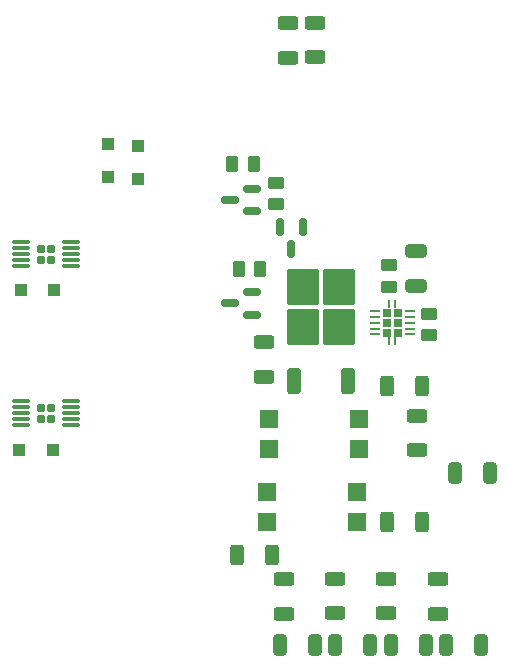
<source format=gbp>
G04 #@! TF.GenerationSoftware,KiCad,Pcbnew,7.0.7*
G04 #@! TF.CreationDate,2024-04-25T01:55:24+02:00*
G04 #@! TF.ProjectId,autopcb,6175746f-7063-4622-9e6b-696361645f70,rev?*
G04 #@! TF.SameCoordinates,Original*
G04 #@! TF.FileFunction,Paste,Bot*
G04 #@! TF.FilePolarity,Positive*
%FSLAX46Y46*%
G04 Gerber Fmt 4.6, Leading zero omitted, Abs format (unit mm)*
G04 Created by KiCad (PCBNEW 7.0.7) date 2024-04-25 01:55:24*
%MOMM*%
%LPD*%
G01*
G04 APERTURE LIST*
G04 Aperture macros list*
%AMRoundRect*
0 Rectangle with rounded corners*
0 $1 Rounding radius*
0 $2 $3 $4 $5 $6 $7 $8 $9 X,Y pos of 4 corners*
0 Add a 4 corners polygon primitive as box body*
4,1,4,$2,$3,$4,$5,$6,$7,$8,$9,$2,$3,0*
0 Add four circle primitives for the rounded corners*
1,1,$1+$1,$2,$3*
1,1,$1+$1,$4,$5*
1,1,$1+$1,$6,$7*
1,1,$1+$1,$8,$9*
0 Add four rect primitives between the rounded corners*
20,1,$1+$1,$2,$3,$4,$5,0*
20,1,$1+$1,$4,$5,$6,$7,0*
20,1,$1+$1,$6,$7,$8,$9,0*
20,1,$1+$1,$8,$9,$2,$3,0*%
G04 Aperture macros list end*
%ADD10RoundRect,0.250000X-0.625000X0.312500X-0.625000X-0.312500X0.625000X-0.312500X0.625000X0.312500X0*%
%ADD11RoundRect,0.250000X-0.300000X-0.300000X0.300000X-0.300000X0.300000X0.300000X-0.300000X0.300000X0*%
%ADD12RoundRect,0.150000X0.587500X0.150000X-0.587500X0.150000X-0.587500X-0.150000X0.587500X-0.150000X0*%
%ADD13RoundRect,0.250000X-0.325000X-0.650000X0.325000X-0.650000X0.325000X0.650000X-0.325000X0.650000X0*%
%ADD14RoundRect,0.250000X0.312500X0.625000X-0.312500X0.625000X-0.312500X-0.625000X0.312500X-0.625000X0*%
%ADD15RoundRect,0.250000X0.300000X-0.300000X0.300000X0.300000X-0.300000X0.300000X-0.300000X-0.300000X0*%
%ADD16RoundRect,0.250000X0.450000X-0.262500X0.450000X0.262500X-0.450000X0.262500X-0.450000X-0.262500X0*%
%ADD17RoundRect,0.250000X0.625000X-0.312500X0.625000X0.312500X-0.625000X0.312500X-0.625000X-0.312500X0*%
%ADD18RoundRect,0.250000X0.325000X0.650000X-0.325000X0.650000X-0.325000X-0.650000X0.325000X-0.650000X0*%
%ADD19RoundRect,0.250000X-0.312500X-0.625000X0.312500X-0.625000X0.312500X0.625000X-0.312500X0.625000X0*%
%ADD20R,1.600000X1.600000*%
%ADD21RoundRect,0.250000X0.650000X-0.325000X0.650000X0.325000X-0.650000X0.325000X-0.650000X-0.325000X0*%
%ADD22RoundRect,0.170000X-0.170000X-0.210000X0.170000X-0.210000X0.170000X0.210000X-0.170000X0.210000X0*%
%ADD23RoundRect,0.075000X-0.650000X-0.075000X0.650000X-0.075000X0.650000X0.075000X-0.650000X0.075000X0*%
%ADD24RoundRect,0.250000X-0.450000X0.262500X-0.450000X-0.262500X0.450000X-0.262500X0.450000X0.262500X0*%
%ADD25RoundRect,0.250000X-0.262500X-0.450000X0.262500X-0.450000X0.262500X0.450000X-0.262500X0.450000X0*%
%ADD26RoundRect,0.150000X-0.150000X0.587500X-0.150000X-0.587500X0.150000X-0.587500X0.150000X0.587500X0*%
%ADD27RoundRect,0.250000X0.350000X-0.850000X0.350000X0.850000X-0.350000X0.850000X-0.350000X-0.850000X0*%
%ADD28RoundRect,0.250000X1.125000X-1.275000X1.125000X1.275000X-1.125000X1.275000X-1.125000X-1.275000X0*%
%ADD29RoundRect,0.250000X0.262500X0.450000X-0.262500X0.450000X-0.262500X-0.450000X0.262500X-0.450000X0*%
%ADD30R,0.640000X0.640000*%
%ADD31R,0.850000X0.280000*%
%ADD32R,0.280000X0.700000*%
G04 APERTURE END LIST*
D10*
X156972000Y-77023500D03*
X156972000Y-79948500D03*
D11*
X134324000Y-99606000D03*
X137124000Y-99606000D03*
D12*
X153921500Y-91010500D03*
X153921500Y-92910500D03*
X152046500Y-91960500D03*
D13*
X170383500Y-129679500D03*
X173333500Y-129679500D03*
D14*
X168302500Y-107708500D03*
X165377500Y-107708500D03*
D15*
X141732000Y-90049000D03*
X141732000Y-87249000D03*
D16*
X168937500Y-103437500D03*
X168937500Y-101612500D03*
D10*
X154967500Y-104021500D03*
X154967500Y-106946500D03*
D13*
X171096500Y-115074500D03*
X174046500Y-115074500D03*
D17*
X159258000Y-79883000D03*
X159258000Y-76958000D03*
X165254500Y-126957500D03*
X165254500Y-124032500D03*
X169699500Y-127023000D03*
X169699500Y-124098000D03*
D15*
X144272000Y-90176000D03*
X144272000Y-87376000D03*
D18*
X168634500Y-129679500D03*
X165684500Y-129679500D03*
D19*
X165381500Y-119265500D03*
X168306500Y-119265500D03*
D20*
X162968500Y-110502500D03*
X162968500Y-113042500D03*
X155348500Y-113042500D03*
X155348500Y-110502500D03*
D17*
X156618500Y-127012500D03*
X156618500Y-124087500D03*
D18*
X159236500Y-129679500D03*
X156286500Y-129679500D03*
D11*
X134236000Y-113106000D03*
X137036000Y-113106000D03*
D21*
X167794500Y-99228500D03*
X167794500Y-96278500D03*
D22*
X136066000Y-96088000D03*
X136066000Y-97028000D03*
X136906000Y-96088000D03*
X136906000Y-97028000D03*
D23*
X134336000Y-97558000D03*
X134336000Y-97058000D03*
X134336000Y-96558000D03*
X134336000Y-96058000D03*
X134336000Y-95558000D03*
X138636000Y-95558000D03*
X138636000Y-96058000D03*
X138636000Y-96558000D03*
X138636000Y-97058000D03*
X138636000Y-97558000D03*
D18*
X163935500Y-129679500D03*
X160985500Y-129679500D03*
D17*
X160936500Y-126961500D03*
X160936500Y-124036500D03*
D14*
X155606500Y-122059500D03*
X152681500Y-122059500D03*
D22*
X136066000Y-109550000D03*
X136066000Y-110490000D03*
X136906000Y-109550000D03*
X136906000Y-110490000D03*
D23*
X134336000Y-111020000D03*
X134336000Y-110520000D03*
X134336000Y-110020000D03*
X134336000Y-109520000D03*
X134336000Y-109020000D03*
X138636000Y-109020000D03*
X138636000Y-109520000D03*
X138636000Y-110020000D03*
X138636000Y-110520000D03*
X138636000Y-111020000D03*
D24*
X155983500Y-90516500D03*
X155983500Y-92341500D03*
D17*
X167921500Y-113173500D03*
X167921500Y-110248500D03*
D24*
X165508500Y-97501500D03*
X165508500Y-99326500D03*
D20*
X155221500Y-119265500D03*
X155221500Y-116725500D03*
X162841500Y-116725500D03*
X162841500Y-119265500D03*
D12*
X153921500Y-99773500D03*
X153921500Y-101673500D03*
X152046500Y-100723500D03*
D25*
X152253500Y-88912500D03*
X154078500Y-88912500D03*
D26*
X156303500Y-94276500D03*
X158203500Y-94276500D03*
X157253500Y-96151500D03*
D27*
X162073500Y-107336500D03*
D28*
X158268500Y-102711500D03*
X161318500Y-102711500D03*
X158268500Y-99361500D03*
X161318500Y-99361500D03*
D27*
X157513500Y-107336500D03*
D29*
X154633500Y-97802500D03*
X152808500Y-97802500D03*
D30*
X166291500Y-103218500D03*
X166291500Y-102358500D03*
X166291500Y-101498500D03*
X165331500Y-103218500D03*
X165331500Y-102358500D03*
X165331500Y-101498500D03*
D31*
X167286500Y-101358500D03*
X167286500Y-101858500D03*
X167286500Y-102358500D03*
X167286500Y-102858500D03*
X167286500Y-103358500D03*
X164336500Y-103358500D03*
X164336500Y-102858500D03*
X164336500Y-102358500D03*
X164336500Y-101858500D03*
X164336500Y-101358500D03*
D32*
X166061500Y-103908500D03*
X166061500Y-100808500D03*
X165561500Y-103908500D03*
X165561500Y-100808500D03*
M02*

</source>
